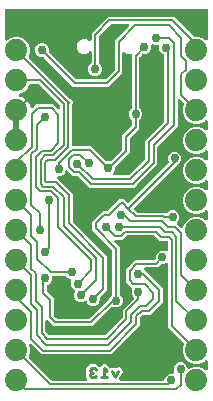
<source format=gbl>
G04 EAGLE Gerber RS-274X export*
G75*
%MOMM*%
%FSLAX34Y34*%
%LPD*%
%INBottom Copper*%
%IPPOS*%
%AMOC8*
5,1,8,0,0,1.08239X$1,22.5*%
G01*
%ADD10C,0.254000*%
%ADD11C,1.879600*%
%ADD12C,0.762000*%
%ADD13C,0.203200*%

G36*
X92026Y197981D02*
X92026Y197981D01*
X92156Y197979D01*
X92185Y197986D01*
X92214Y197987D01*
X92339Y198023D01*
X92465Y198053D01*
X92491Y198067D01*
X92520Y198075D01*
X92631Y198141D01*
X92746Y198202D01*
X92768Y198222D01*
X92793Y198237D01*
X92914Y198343D01*
X101964Y207393D01*
X102025Y207471D01*
X102093Y207543D01*
X102122Y207596D01*
X102159Y207644D01*
X102198Y207735D01*
X102246Y207822D01*
X102261Y207881D01*
X102285Y207936D01*
X102301Y208034D01*
X102326Y208130D01*
X102332Y208230D01*
X102335Y208250D01*
X102334Y208263D01*
X102336Y208291D01*
X102336Y220160D01*
X110118Y227942D01*
X110178Y228020D01*
X110246Y228092D01*
X110275Y228145D01*
X110312Y228193D01*
X110352Y228284D01*
X110400Y228371D01*
X110415Y228429D01*
X110439Y228485D01*
X110454Y228583D01*
X110479Y228678D01*
X110485Y228779D01*
X110489Y228799D01*
X110487Y228811D01*
X110489Y228839D01*
X110489Y232512D01*
X110477Y232610D01*
X110474Y232709D01*
X110457Y232768D01*
X110449Y232828D01*
X110413Y232920D01*
X110385Y233015D01*
X110355Y233067D01*
X110332Y233123D01*
X110274Y233203D01*
X110224Y233289D01*
X110158Y233364D01*
X110146Y233381D01*
X110136Y233388D01*
X110118Y233410D01*
X108585Y234942D01*
X107695Y237090D01*
X107695Y239414D01*
X108585Y241562D01*
X110118Y243094D01*
X110178Y243173D01*
X110246Y243245D01*
X110275Y243298D01*
X110312Y243346D01*
X110352Y243437D01*
X110400Y243523D01*
X110415Y243582D01*
X110439Y243638D01*
X110454Y243735D01*
X110479Y243831D01*
X110485Y243931D01*
X110489Y243952D01*
X110487Y243964D01*
X110489Y243992D01*
X110489Y287948D01*
X110474Y288066D01*
X110467Y288185D01*
X110454Y288223D01*
X110449Y288264D01*
X110406Y288374D01*
X110369Y288487D01*
X110347Y288522D01*
X110332Y288559D01*
X110263Y288655D01*
X110199Y288756D01*
X110169Y288784D01*
X110146Y288817D01*
X110054Y288893D01*
X109967Y288974D01*
X109932Y288994D01*
X109901Y289019D01*
X109793Y289070D01*
X109689Y289128D01*
X109649Y289138D01*
X109613Y289155D01*
X109496Y289177D01*
X109381Y289207D01*
X109321Y289211D01*
X109301Y289215D01*
X109280Y289213D01*
X109220Y289217D01*
X106650Y289217D01*
X104118Y290266D01*
X104070Y290279D01*
X104025Y290301D01*
X103917Y290321D01*
X103811Y290350D01*
X103761Y290351D01*
X103712Y290360D01*
X103603Y290354D01*
X103493Y290355D01*
X103445Y290344D01*
X103395Y290341D01*
X103291Y290307D01*
X103184Y290281D01*
X103140Y290258D01*
X103093Y290243D01*
X103000Y290184D01*
X102903Y290132D01*
X102866Y290099D01*
X102824Y290072D01*
X102749Y289992D01*
X102667Y289919D01*
X102640Y289877D01*
X102606Y289841D01*
X102553Y289745D01*
X102493Y289653D01*
X102476Y289606D01*
X102452Y289562D01*
X102425Y289456D01*
X102389Y289352D01*
X102385Y289302D01*
X102373Y289254D01*
X102363Y289094D01*
X102363Y273057D01*
X90671Y261365D01*
X60713Y261365D01*
X36193Y285886D01*
X36115Y285946D01*
X36043Y286014D01*
X35990Y286043D01*
X35942Y286080D01*
X35851Y286120D01*
X35764Y286168D01*
X35705Y286183D01*
X35650Y286207D01*
X35552Y286222D01*
X35456Y286247D01*
X35356Y286253D01*
X35336Y286257D01*
X35323Y286255D01*
X35295Y286257D01*
X33128Y286257D01*
X30980Y287147D01*
X29337Y288790D01*
X28447Y290938D01*
X28447Y293262D01*
X29337Y295410D01*
X30980Y297053D01*
X33128Y297943D01*
X35452Y297943D01*
X37600Y297053D01*
X39243Y295410D01*
X40133Y293262D01*
X40133Y291095D01*
X40145Y290996D01*
X40148Y290897D01*
X40165Y290839D01*
X40173Y290779D01*
X40209Y290687D01*
X40237Y290592D01*
X40267Y290540D01*
X40290Y290483D01*
X40348Y290403D01*
X40398Y290318D01*
X40464Y290243D01*
X40476Y290226D01*
X40486Y290218D01*
X40504Y290197D01*
X62867Y267834D01*
X62945Y267774D01*
X63017Y267706D01*
X63070Y267677D01*
X63118Y267640D01*
X63209Y267600D01*
X63296Y267552D01*
X63355Y267537D01*
X63410Y267513D01*
X63508Y267498D01*
X63604Y267473D01*
X63704Y267467D01*
X63724Y267463D01*
X63737Y267465D01*
X63765Y267463D01*
X87619Y267463D01*
X87718Y267475D01*
X87817Y267478D01*
X87875Y267495D01*
X87935Y267503D01*
X88027Y267539D01*
X88122Y267567D01*
X88174Y267597D01*
X88231Y267620D01*
X88311Y267678D01*
X88396Y267728D01*
X88471Y267794D01*
X88488Y267806D01*
X88496Y267816D01*
X88517Y267834D01*
X95894Y275211D01*
X95954Y275289D01*
X96022Y275361D01*
X96051Y275414D01*
X96088Y275462D01*
X96128Y275553D01*
X96176Y275640D01*
X96191Y275699D01*
X96215Y275754D01*
X96230Y275852D01*
X96255Y275948D01*
X96261Y276048D01*
X96265Y276068D01*
X96263Y276081D01*
X96265Y276109D01*
X96265Y300729D01*
X98423Y302886D01*
X107821Y312285D01*
X107906Y312394D01*
X107995Y312501D01*
X108003Y312520D01*
X108016Y312536D01*
X108071Y312664D01*
X108130Y312789D01*
X108134Y312809D01*
X108142Y312828D01*
X108164Y312966D01*
X108190Y313102D01*
X108189Y313122D01*
X108192Y313142D01*
X108179Y313281D01*
X108170Y313419D01*
X108164Y313438D01*
X108162Y313458D01*
X108115Y313590D01*
X108072Y313721D01*
X108062Y313739D01*
X108055Y313758D01*
X107977Y313873D01*
X107902Y313990D01*
X107887Y314004D01*
X107876Y314021D01*
X107772Y314113D01*
X107671Y314208D01*
X107653Y314218D01*
X107638Y314231D01*
X107514Y314295D01*
X107392Y314362D01*
X107373Y314367D01*
X107354Y314376D01*
X107219Y314406D01*
X107084Y314441D01*
X107056Y314443D01*
X107044Y314446D01*
X107024Y314445D01*
X106923Y314451D01*
X93229Y314451D01*
X93130Y314439D01*
X93031Y314436D01*
X92973Y314419D01*
X92913Y314411D01*
X92821Y314375D01*
X92726Y314347D01*
X92674Y314317D01*
X92617Y314294D01*
X92537Y314236D01*
X92452Y314186D01*
X92377Y314120D01*
X92360Y314108D01*
X92352Y314098D01*
X92331Y314080D01*
X82795Y304544D01*
X82735Y304466D01*
X82667Y304394D01*
X82638Y304341D01*
X82601Y304293D01*
X82561Y304202D01*
X82513Y304115D01*
X82498Y304056D01*
X82474Y304001D01*
X82459Y303903D01*
X82434Y303807D01*
X82428Y303707D01*
X82424Y303687D01*
X82426Y303674D01*
X82424Y303646D01*
X82424Y281838D01*
X82436Y281740D01*
X82439Y281641D01*
X82456Y281582D01*
X82464Y281522D01*
X82500Y281430D01*
X82528Y281335D01*
X82558Y281283D01*
X82581Y281227D01*
X82639Y281146D01*
X82689Y281061D01*
X82755Y280986D01*
X82767Y280969D01*
X82777Y280961D01*
X82795Y280940D01*
X84328Y279408D01*
X85218Y277260D01*
X85218Y274936D01*
X84328Y272788D01*
X82685Y271145D01*
X80537Y270255D01*
X78213Y270255D01*
X76065Y271145D01*
X74422Y272788D01*
X73532Y274936D01*
X73532Y277260D01*
X74422Y279408D01*
X75955Y280940D01*
X76015Y281019D01*
X76083Y281091D01*
X76112Y281144D01*
X76149Y281192D01*
X76189Y281283D01*
X76237Y281369D01*
X76252Y281428D01*
X76276Y281483D01*
X76291Y281581D01*
X76316Y281677D01*
X76322Y281777D01*
X76326Y281798D01*
X76324Y281810D01*
X76326Y281838D01*
X76326Y289977D01*
X76309Y290115D01*
X76296Y290253D01*
X76289Y290272D01*
X76286Y290292D01*
X76235Y290422D01*
X76188Y290553D01*
X76177Y290569D01*
X76169Y290588D01*
X76088Y290700D01*
X76010Y290816D01*
X75994Y290829D01*
X75983Y290845D01*
X75875Y290934D01*
X75771Y291026D01*
X75753Y291035D01*
X75738Y291048D01*
X75612Y291108D01*
X75488Y291171D01*
X75468Y291175D01*
X75450Y291184D01*
X75313Y291210D01*
X75178Y291240D01*
X75157Y291240D01*
X75138Y291244D01*
X74999Y291235D01*
X74860Y291231D01*
X74840Y291225D01*
X74820Y291224D01*
X74688Y291181D01*
X74554Y291142D01*
X74537Y291132D01*
X74518Y291126D01*
X74400Y291052D01*
X74280Y290981D01*
X74259Y290962D01*
X74249Y290956D01*
X74235Y290941D01*
X74160Y290874D01*
X73459Y290174D01*
X71150Y289217D01*
X68650Y289217D01*
X66341Y290174D01*
X64574Y291941D01*
X63617Y294250D01*
X63617Y296750D01*
X64574Y299059D01*
X66341Y300826D01*
X68650Y301783D01*
X71150Y301783D01*
X73459Y300826D01*
X74160Y300126D01*
X74269Y300041D01*
X74376Y299952D01*
X74395Y299943D01*
X74411Y299931D01*
X74539Y299875D01*
X74664Y299816D01*
X74684Y299812D01*
X74703Y299804D01*
X74841Y299782D01*
X74977Y299756D01*
X74997Y299758D01*
X75017Y299754D01*
X75156Y299768D01*
X75294Y299776D01*
X75313Y299782D01*
X75333Y299784D01*
X75464Y299831D01*
X75596Y299874D01*
X75614Y299885D01*
X75633Y299892D01*
X75747Y299970D01*
X75865Y300044D01*
X75879Y300059D01*
X75896Y300070D01*
X75988Y300174D01*
X76083Y300276D01*
X76093Y300294D01*
X76106Y300309D01*
X76169Y300433D01*
X76237Y300554D01*
X76242Y300574D01*
X76251Y300592D01*
X76281Y300728D01*
X76316Y300862D01*
X76318Y300890D01*
X76321Y300902D01*
X76320Y300923D01*
X76326Y301023D01*
X76326Y306698D01*
X90177Y320549D01*
X146043Y320549D01*
X162689Y303902D01*
X162767Y303842D01*
X162839Y303774D01*
X162892Y303745D01*
X162940Y303708D01*
X163031Y303668D01*
X163118Y303620D01*
X163176Y303605D01*
X163232Y303581D01*
X163330Y303566D01*
X163426Y303541D01*
X163526Y303535D01*
X163546Y303531D01*
X163559Y303533D01*
X163587Y303531D01*
X167374Y303531D01*
X171575Y301791D01*
X172585Y300781D01*
X172694Y300696D01*
X172801Y300607D01*
X172820Y300598D01*
X172836Y300586D01*
X172963Y300531D01*
X173089Y300472D01*
X173109Y300468D01*
X173128Y300460D01*
X173266Y300438D01*
X173402Y300412D01*
X173422Y300413D01*
X173442Y300410D01*
X173581Y300423D01*
X173719Y300432D01*
X173738Y300438D01*
X173758Y300440D01*
X173890Y300487D01*
X174021Y300530D01*
X174039Y300540D01*
X174058Y300547D01*
X174173Y300625D01*
X174290Y300700D01*
X174304Y300714D01*
X174321Y300726D01*
X174413Y300830D01*
X174508Y300931D01*
X174518Y300949D01*
X174531Y300964D01*
X174594Y301088D01*
X174662Y301210D01*
X174667Y301229D01*
X174676Y301247D01*
X174706Y301383D01*
X174741Y301518D01*
X174743Y301546D01*
X174746Y301558D01*
X174745Y301578D01*
X174751Y301678D01*
X174751Y325882D01*
X174736Y326000D01*
X174729Y326119D01*
X174716Y326157D01*
X174711Y326198D01*
X174668Y326308D01*
X174631Y326421D01*
X174609Y326456D01*
X174594Y326493D01*
X174525Y326589D01*
X174461Y326690D01*
X174431Y326718D01*
X174408Y326751D01*
X174316Y326827D01*
X174229Y326908D01*
X174194Y326928D01*
X174163Y326953D01*
X174055Y327004D01*
X173951Y327062D01*
X173911Y327072D01*
X173875Y327089D01*
X173758Y327111D01*
X173643Y327141D01*
X173583Y327145D01*
X173563Y327149D01*
X173542Y327147D01*
X173482Y327151D01*
X4318Y327151D01*
X4200Y327136D01*
X4081Y327129D01*
X4043Y327116D01*
X4002Y327111D01*
X3892Y327068D01*
X3779Y327031D01*
X3744Y327009D01*
X3707Y326994D01*
X3611Y326925D01*
X3510Y326861D01*
X3482Y326831D01*
X3449Y326808D01*
X3373Y326716D01*
X3292Y326629D01*
X3272Y326594D01*
X3247Y326563D01*
X3196Y326455D01*
X3138Y326351D01*
X3128Y326311D01*
X3111Y326275D01*
X3089Y326158D01*
X3059Y326043D01*
X3055Y325983D01*
X3051Y325963D01*
X3053Y325942D01*
X3049Y325882D01*
X3049Y301678D01*
X3066Y301540D01*
X3079Y301402D01*
X3086Y301383D01*
X3089Y301363D01*
X3140Y301234D01*
X3187Y301103D01*
X3198Y301086D01*
X3206Y301067D01*
X3287Y300955D01*
X3365Y300840D01*
X3381Y300826D01*
X3392Y300810D01*
X3500Y300721D01*
X3604Y300629D01*
X3622Y300620D01*
X3637Y300607D01*
X3763Y300548D01*
X3887Y300485D01*
X3907Y300480D01*
X3925Y300472D01*
X4062Y300445D01*
X4197Y300415D01*
X4218Y300416D01*
X4237Y300412D01*
X4376Y300420D01*
X4515Y300425D01*
X4535Y300430D01*
X4555Y300432D01*
X4687Y300474D01*
X4821Y300513D01*
X4838Y300523D01*
X4857Y300530D01*
X4975Y300604D01*
X5095Y300675D01*
X5116Y300693D01*
X5126Y300700D01*
X5140Y300715D01*
X5215Y300781D01*
X6225Y301791D01*
X10426Y303531D01*
X14974Y303531D01*
X19175Y301791D01*
X22391Y298575D01*
X24131Y294374D01*
X24131Y289826D01*
X23036Y287184D01*
X23028Y287155D01*
X23015Y287129D01*
X22986Y287002D01*
X22952Y286877D01*
X22952Y286847D01*
X22945Y286818D01*
X22949Y286689D01*
X22947Y286559D01*
X22954Y286530D01*
X22955Y286501D01*
X22991Y286376D01*
X23021Y286250D01*
X23035Y286223D01*
X23043Y286195D01*
X23109Y286083D01*
X23170Y285968D01*
X23190Y285947D01*
X23205Y285921D01*
X23311Y285800D01*
X58041Y251070D01*
X60199Y248913D01*
X60199Y246387D01*
X60088Y246276D01*
X60027Y246198D01*
X59959Y246126D01*
X59930Y246073D01*
X59893Y246025D01*
X59854Y245934D01*
X59806Y245847D01*
X59791Y245789D01*
X59767Y245733D01*
X59751Y245635D01*
X59726Y245540D01*
X59720Y245439D01*
X59717Y245419D01*
X59718Y245407D01*
X59716Y245379D01*
X59716Y212115D01*
X59731Y211997D01*
X59738Y211878D01*
X59751Y211840D01*
X59756Y211800D01*
X59800Y211689D01*
X59836Y211576D01*
X59858Y211542D01*
X59873Y211504D01*
X59943Y211408D01*
X60007Y211307D01*
X60036Y211280D01*
X60060Y211247D01*
X60152Y211171D01*
X60238Y211089D01*
X60274Y211070D01*
X60305Y211044D01*
X60412Y210993D01*
X60517Y210936D01*
X60556Y210926D01*
X60593Y210908D01*
X60709Y210886D01*
X60825Y210856D01*
X60885Y210853D01*
X60905Y210849D01*
X60925Y210850D01*
X60985Y210846D01*
X75913Y210846D01*
X88216Y198543D01*
X88295Y198483D01*
X88367Y198415D01*
X88420Y198386D01*
X88468Y198348D01*
X88559Y198309D01*
X88645Y198261D01*
X88704Y198246D01*
X88759Y198222D01*
X88857Y198206D01*
X88953Y198182D01*
X89053Y198175D01*
X89074Y198172D01*
X89086Y198173D01*
X89114Y198172D01*
X91281Y198172D01*
X91531Y198068D01*
X91559Y198060D01*
X91586Y198047D01*
X91713Y198018D01*
X91838Y197984D01*
X91867Y197984D01*
X91896Y197977D01*
X92026Y197981D01*
G37*
G36*
X74052Y64961D02*
X74052Y64961D01*
X74151Y64964D01*
X74210Y64981D01*
X74270Y64988D01*
X74362Y65025D01*
X74457Y65052D01*
X74509Y65083D01*
X74565Y65105D01*
X74645Y65164D01*
X74731Y65214D01*
X74806Y65280D01*
X74823Y65292D01*
X74831Y65302D01*
X74852Y65320D01*
X90956Y81425D01*
X90962Y81432D01*
X90969Y81438D01*
X91059Y81557D01*
X91151Y81676D01*
X91155Y81685D01*
X91160Y81692D01*
X91231Y81837D01*
X91935Y83536D01*
X93557Y85157D01*
X93617Y85235D01*
X93685Y85308D01*
X93714Y85361D01*
X93752Y85408D01*
X93791Y85499D01*
X93839Y85586D01*
X93854Y85644D01*
X93866Y85670D01*
X93867Y85675D01*
X93878Y85700D01*
X93894Y85798D01*
X93918Y85894D01*
X93923Y85967D01*
X93926Y85983D01*
X93925Y85997D01*
X93928Y86014D01*
X93927Y86027D01*
X93928Y86055D01*
X93928Y122316D01*
X93916Y122414D01*
X93913Y122513D01*
X93896Y122571D01*
X93889Y122631D01*
X93852Y122723D01*
X93825Y122819D01*
X93794Y122871D01*
X93772Y122927D01*
X93713Y123007D01*
X93663Y123092D01*
X93597Y123168D01*
X93585Y123184D01*
X93575Y123192D01*
X93557Y123213D01*
X76656Y140114D01*
X76656Y146779D01*
X85783Y155906D01*
X89042Y155906D01*
X89140Y155918D01*
X89239Y155921D01*
X89297Y155938D01*
X89357Y155946D01*
X89449Y155982D01*
X89545Y156010D01*
X89597Y156041D01*
X89653Y156063D01*
X89733Y156121D01*
X89818Y156171D01*
X89894Y156238D01*
X89910Y156250D01*
X89918Y156259D01*
X89939Y156278D01*
X99550Y165888D01*
X103853Y165888D01*
X106418Y163324D01*
X106512Y163251D01*
X106601Y163172D01*
X106637Y163154D01*
X106669Y163129D01*
X106778Y163082D01*
X106884Y163028D01*
X106923Y163019D01*
X106961Y163003D01*
X107078Y162984D01*
X107194Y162958D01*
X107235Y162959D01*
X107275Y162953D01*
X107393Y162964D01*
X107512Y162968D01*
X107551Y162979D01*
X107591Y162983D01*
X107704Y163023D01*
X107818Y163056D01*
X107853Y163077D01*
X107891Y163090D01*
X107989Y163157D01*
X108092Y163218D01*
X108137Y163258D01*
X108154Y163269D01*
X108167Y163284D01*
X108213Y163324D01*
X141151Y196262D01*
X141169Y196285D01*
X141191Y196305D01*
X141266Y196411D01*
X141345Y196513D01*
X141357Y196541D01*
X141374Y196565D01*
X141420Y196686D01*
X141472Y196805D01*
X141476Y196834D01*
X141487Y196862D01*
X141501Y196991D01*
X141522Y197119D01*
X141519Y197149D01*
X141522Y197178D01*
X141504Y197307D01*
X141492Y197436D01*
X141482Y197464D01*
X141478Y197493D01*
X141426Y197645D01*
X140690Y199422D01*
X140690Y201746D01*
X141579Y203893D01*
X143223Y205537D01*
X145370Y206427D01*
X147695Y206427D01*
X149842Y205537D01*
X151486Y203893D01*
X152375Y201746D01*
X152375Y199422D01*
X151486Y197274D01*
X149842Y195631D01*
X148880Y195232D01*
X148872Y195227D01*
X148863Y195225D01*
X148734Y195149D01*
X148604Y195075D01*
X148597Y195068D01*
X148589Y195063D01*
X148468Y194957D01*
X112524Y159013D01*
X112451Y158918D01*
X112372Y158829D01*
X112354Y158793D01*
X112329Y158761D01*
X112282Y158652D01*
X112228Y158546D01*
X112219Y158507D01*
X112203Y158469D01*
X112184Y158352D01*
X112158Y158236D01*
X112159Y158195D01*
X112153Y158155D01*
X112164Y158037D01*
X112168Y157918D01*
X112179Y157879D01*
X112183Y157839D01*
X112223Y157726D01*
X112256Y157612D01*
X112277Y157578D01*
X112290Y157539D01*
X112357Y157441D01*
X112418Y157338D01*
X112458Y157293D01*
X112469Y157276D01*
X112484Y157263D01*
X112524Y157218D01*
X114632Y155109D01*
X114711Y155049D01*
X114783Y154981D01*
X114836Y154952D01*
X114884Y154914D01*
X114975Y154875D01*
X115061Y154827D01*
X115120Y154812D01*
X115175Y154788D01*
X115273Y154772D01*
X115369Y154748D01*
X115469Y154741D01*
X115489Y154738D01*
X115502Y154739D01*
X115530Y154738D01*
X137915Y154738D01*
X138325Y154327D01*
X138420Y154254D01*
X138509Y154175D01*
X138545Y154157D01*
X138577Y154132D01*
X138686Y154085D01*
X138792Y154031D01*
X138831Y154022D01*
X138869Y154006D01*
X138986Y153987D01*
X139102Y153961D01*
X139143Y153962D01*
X139183Y153956D01*
X139301Y153967D01*
X139420Y153971D01*
X139459Y153982D01*
X139499Y153986D01*
X139611Y154026D01*
X139726Y154059D01*
X139761Y154080D01*
X139799Y154093D01*
X139897Y154160D01*
X140000Y154221D01*
X140045Y154260D01*
X140062Y154272D01*
X140075Y154287D01*
X140120Y154327D01*
X141547Y155753D01*
X143694Y156643D01*
X146018Y156643D01*
X148166Y155753D01*
X149809Y154109D01*
X150699Y151962D01*
X150699Y149638D01*
X149809Y147490D01*
X148993Y146674D01*
X148920Y146579D01*
X148841Y146490D01*
X148823Y146454D01*
X148798Y146422D01*
X148751Y146313D01*
X148697Y146207D01*
X148688Y146168D01*
X148672Y146131D01*
X148653Y146013D01*
X148627Y145897D01*
X148628Y145856D01*
X148622Y145816D01*
X148633Y145698D01*
X148637Y145579D01*
X148648Y145540D01*
X148652Y145500D01*
X148692Y145388D01*
X148725Y145273D01*
X148745Y145239D01*
X148759Y145201D01*
X148826Y145102D01*
X148886Y144999D01*
X148926Y144954D01*
X148938Y144937D01*
X148953Y144924D01*
X148993Y144879D01*
X151807Y142064D01*
X151847Y142034D01*
X151880Y141997D01*
X151972Y141937D01*
X152059Y141869D01*
X152104Y141850D01*
X152146Y141822D01*
X152249Y141787D01*
X152350Y141743D01*
X152399Y141735D01*
X152446Y141719D01*
X152556Y141710D01*
X152664Y141693D01*
X152714Y141698D01*
X152763Y141694D01*
X152872Y141713D01*
X152981Y141723D01*
X153028Y141740D01*
X153077Y141748D01*
X153177Y141793D01*
X153280Y141831D01*
X153322Y141859D01*
X153367Y141879D01*
X153453Y141947D01*
X153543Y142009D01*
X153576Y142046D01*
X153615Y142077D01*
X153681Y142165D01*
X153754Y142248D01*
X153777Y142292D01*
X153806Y142332D01*
X153877Y142476D01*
X155409Y146175D01*
X158625Y149391D01*
X162826Y151131D01*
X167374Y151131D01*
X171575Y149391D01*
X172585Y148381D01*
X172694Y148296D01*
X172801Y148207D01*
X172820Y148198D01*
X172836Y148186D01*
X172963Y148131D01*
X173089Y148072D01*
X173109Y148068D01*
X173128Y148060D01*
X173266Y148038D01*
X173402Y148012D01*
X173422Y148013D01*
X173442Y148010D01*
X173581Y148023D01*
X173719Y148032D01*
X173738Y148038D01*
X173758Y148040D01*
X173890Y148087D01*
X174021Y148130D01*
X174039Y148140D01*
X174058Y148147D01*
X174173Y148225D01*
X174290Y148300D01*
X174304Y148314D01*
X174321Y148326D01*
X174413Y148430D01*
X174508Y148531D01*
X174518Y148549D01*
X174531Y148564D01*
X174594Y148688D01*
X174662Y148810D01*
X174667Y148829D01*
X174676Y148847D01*
X174706Y148983D01*
X174741Y149118D01*
X174743Y149146D01*
X174746Y149158D01*
X174745Y149178D01*
X174751Y149278D01*
X174751Y155522D01*
X174734Y155660D01*
X174721Y155798D01*
X174714Y155817D01*
X174711Y155837D01*
X174660Y155966D01*
X174613Y156097D01*
X174602Y156114D01*
X174594Y156133D01*
X174513Y156245D01*
X174435Y156360D01*
X174419Y156374D01*
X174408Y156390D01*
X174300Y156479D01*
X174196Y156571D01*
X174178Y156580D01*
X174163Y156593D01*
X174037Y156652D01*
X173913Y156715D01*
X173893Y156720D01*
X173875Y156728D01*
X173738Y156755D01*
X173603Y156785D01*
X173582Y156784D01*
X173563Y156788D01*
X173424Y156780D01*
X173285Y156775D01*
X173265Y156770D01*
X173245Y156768D01*
X173113Y156726D01*
X172979Y156687D01*
X172962Y156677D01*
X172943Y156670D01*
X172825Y156596D01*
X172705Y156525D01*
X172684Y156507D01*
X172674Y156500D01*
X172660Y156485D01*
X172585Y156419D01*
X171575Y155409D01*
X167374Y153669D01*
X162826Y153669D01*
X158625Y155409D01*
X155409Y158625D01*
X153669Y162826D01*
X153669Y167374D01*
X155409Y171575D01*
X158625Y174791D01*
X162826Y176531D01*
X167374Y176531D01*
X171575Y174791D01*
X172585Y173781D01*
X172694Y173696D01*
X172801Y173607D01*
X172820Y173598D01*
X172836Y173586D01*
X172963Y173531D01*
X173089Y173472D01*
X173109Y173468D01*
X173128Y173460D01*
X173266Y173438D01*
X173402Y173412D01*
X173422Y173413D01*
X173442Y173410D01*
X173581Y173423D01*
X173719Y173432D01*
X173738Y173438D01*
X173758Y173440D01*
X173890Y173487D01*
X174021Y173530D01*
X174039Y173540D01*
X174058Y173547D01*
X174173Y173625D01*
X174290Y173700D01*
X174304Y173714D01*
X174321Y173726D01*
X174413Y173830D01*
X174508Y173931D01*
X174518Y173949D01*
X174531Y173964D01*
X174594Y174088D01*
X174662Y174210D01*
X174667Y174229D01*
X174676Y174247D01*
X174706Y174383D01*
X174741Y174518D01*
X174743Y174546D01*
X174746Y174558D01*
X174745Y174578D01*
X174751Y174678D01*
X174751Y180922D01*
X174734Y181060D01*
X174721Y181198D01*
X174714Y181217D01*
X174711Y181237D01*
X174660Y181366D01*
X174613Y181497D01*
X174602Y181514D01*
X174594Y181533D01*
X174513Y181645D01*
X174435Y181760D01*
X174419Y181774D01*
X174408Y181790D01*
X174300Y181879D01*
X174196Y181971D01*
X174178Y181980D01*
X174163Y181993D01*
X174037Y182052D01*
X173913Y182115D01*
X173893Y182120D01*
X173875Y182128D01*
X173738Y182155D01*
X173603Y182185D01*
X173582Y182184D01*
X173563Y182188D01*
X173424Y182180D01*
X173285Y182175D01*
X173265Y182170D01*
X173245Y182168D01*
X173113Y182126D01*
X172979Y182087D01*
X172962Y182077D01*
X172943Y182070D01*
X172825Y181996D01*
X172705Y181925D01*
X172684Y181907D01*
X172674Y181900D01*
X172660Y181885D01*
X172585Y181819D01*
X171575Y180809D01*
X167374Y179069D01*
X162826Y179069D01*
X158625Y180809D01*
X155409Y184025D01*
X153669Y188226D01*
X153669Y192774D01*
X155409Y196975D01*
X158625Y200191D01*
X162826Y201931D01*
X167374Y201931D01*
X171575Y200191D01*
X172585Y199181D01*
X172694Y199096D01*
X172801Y199007D01*
X172820Y198998D01*
X172836Y198986D01*
X172963Y198931D01*
X173089Y198872D01*
X173109Y198868D01*
X173128Y198860D01*
X173266Y198838D01*
X173402Y198812D01*
X173422Y198813D01*
X173442Y198810D01*
X173581Y198823D01*
X173719Y198832D01*
X173738Y198838D01*
X173758Y198840D01*
X173890Y198887D01*
X174021Y198930D01*
X174039Y198940D01*
X174058Y198947D01*
X174173Y199025D01*
X174290Y199100D01*
X174304Y199114D01*
X174321Y199126D01*
X174413Y199230D01*
X174508Y199331D01*
X174518Y199349D01*
X174531Y199364D01*
X174594Y199488D01*
X174662Y199610D01*
X174667Y199629D01*
X174676Y199647D01*
X174706Y199783D01*
X174741Y199918D01*
X174743Y199946D01*
X174746Y199958D01*
X174745Y199978D01*
X174751Y200078D01*
X174751Y206322D01*
X174734Y206460D01*
X174721Y206598D01*
X174714Y206617D01*
X174711Y206637D01*
X174660Y206766D01*
X174613Y206897D01*
X174602Y206914D01*
X174594Y206933D01*
X174513Y207045D01*
X174435Y207160D01*
X174419Y207174D01*
X174408Y207190D01*
X174300Y207279D01*
X174196Y207371D01*
X174178Y207380D01*
X174163Y207393D01*
X174037Y207452D01*
X173913Y207515D01*
X173893Y207520D01*
X173875Y207528D01*
X173738Y207555D01*
X173603Y207585D01*
X173582Y207584D01*
X173563Y207588D01*
X173424Y207580D01*
X173285Y207575D01*
X173265Y207570D01*
X173245Y207568D01*
X173113Y207526D01*
X172979Y207487D01*
X172962Y207477D01*
X172943Y207470D01*
X172825Y207396D01*
X172705Y207325D01*
X172684Y207307D01*
X172674Y207300D01*
X172660Y207285D01*
X172585Y207219D01*
X171575Y206209D01*
X167374Y204469D01*
X162826Y204469D01*
X158625Y206209D01*
X155409Y209425D01*
X153669Y213626D01*
X153669Y218174D01*
X155409Y222375D01*
X158625Y225591D01*
X162826Y227331D01*
X167374Y227331D01*
X171575Y225591D01*
X172585Y224581D01*
X172694Y224496D01*
X172801Y224407D01*
X172820Y224398D01*
X172836Y224386D01*
X172963Y224331D01*
X173089Y224272D01*
X173109Y224268D01*
X173128Y224260D01*
X173266Y224238D01*
X173402Y224212D01*
X173422Y224213D01*
X173442Y224210D01*
X173581Y224223D01*
X173719Y224232D01*
X173738Y224238D01*
X173758Y224240D01*
X173890Y224287D01*
X174021Y224330D01*
X174039Y224340D01*
X174058Y224347D01*
X174173Y224425D01*
X174290Y224500D01*
X174304Y224514D01*
X174321Y224526D01*
X174413Y224630D01*
X174508Y224731D01*
X174518Y224749D01*
X174531Y224764D01*
X174594Y224888D01*
X174662Y225010D01*
X174667Y225029D01*
X174676Y225047D01*
X174706Y225183D01*
X174741Y225318D01*
X174743Y225346D01*
X174746Y225358D01*
X174745Y225378D01*
X174751Y225478D01*
X174751Y231722D01*
X174734Y231860D01*
X174721Y231998D01*
X174714Y232017D01*
X174711Y232037D01*
X174660Y232166D01*
X174613Y232297D01*
X174602Y232314D01*
X174594Y232333D01*
X174513Y232445D01*
X174435Y232560D01*
X174419Y232574D01*
X174408Y232590D01*
X174300Y232679D01*
X174196Y232771D01*
X174178Y232780D01*
X174163Y232793D01*
X174037Y232852D01*
X173913Y232915D01*
X173893Y232920D01*
X173875Y232928D01*
X173738Y232955D01*
X173603Y232985D01*
X173582Y232984D01*
X173563Y232988D01*
X173424Y232980D01*
X173285Y232975D01*
X173265Y232970D01*
X173245Y232968D01*
X173113Y232926D01*
X172979Y232887D01*
X172962Y232877D01*
X172943Y232870D01*
X172825Y232796D01*
X172705Y232725D01*
X172684Y232707D01*
X172674Y232700D01*
X172660Y232685D01*
X172585Y232619D01*
X171575Y231609D01*
X167374Y229869D01*
X162826Y229869D01*
X158625Y231609D01*
X155409Y234825D01*
X153669Y239026D01*
X153669Y243574D01*
X154764Y246216D01*
X154772Y246245D01*
X154785Y246271D01*
X154814Y246398D01*
X154848Y246523D01*
X154848Y246553D01*
X154855Y246582D01*
X154851Y246711D01*
X154853Y246841D01*
X154846Y246870D01*
X154845Y246899D01*
X154809Y247024D01*
X154779Y247150D01*
X154765Y247177D01*
X154757Y247205D01*
X154691Y247317D01*
X154630Y247432D01*
X154610Y247453D01*
X154595Y247479D01*
X154489Y247600D01*
X151509Y250579D01*
X151266Y250823D01*
X151156Y250908D01*
X151049Y250997D01*
X151030Y251006D01*
X151014Y251018D01*
X150887Y251073D01*
X150761Y251132D01*
X150741Y251136D01*
X150722Y251144D01*
X150585Y251166D01*
X150448Y251192D01*
X150428Y251191D01*
X150408Y251194D01*
X150270Y251181D01*
X150131Y251172D01*
X150112Y251166D01*
X150092Y251164D01*
X149961Y251117D01*
X149829Y251074D01*
X149811Y251064D01*
X149792Y251057D01*
X149677Y250979D01*
X149560Y250904D01*
X149546Y250889D01*
X149529Y250878D01*
X149437Y250774D01*
X149342Y250673D01*
X149332Y250655D01*
X149319Y250640D01*
X149256Y250516D01*
X149188Y250394D01*
X149183Y250375D01*
X149174Y250357D01*
X149144Y250221D01*
X149109Y250086D01*
X149107Y250058D01*
X149104Y250046D01*
X149105Y250026D01*
X149099Y249925D01*
X149099Y227871D01*
X146941Y225713D01*
X132427Y211199D01*
X132366Y211121D01*
X132299Y211049D01*
X132269Y210996D01*
X132232Y210948D01*
X132193Y210857D01*
X132145Y210770D01*
X132130Y210711D01*
X132106Y210656D01*
X132090Y210558D01*
X132066Y210462D01*
X132059Y210362D01*
X132056Y210342D01*
X132057Y210329D01*
X132055Y210301D01*
X132055Y195460D01*
X114672Y178077D01*
X112515Y175920D01*
X74480Y175920D01*
X64920Y185479D01*
X64842Y185540D01*
X64770Y185608D01*
X64717Y185637D01*
X64669Y185674D01*
X64578Y185714D01*
X64491Y185761D01*
X64433Y185776D01*
X64377Y185801D01*
X64279Y185816D01*
X64184Y185841D01*
X64083Y185847D01*
X64063Y185850D01*
X64051Y185849D01*
X64023Y185851D01*
X63612Y185851D01*
X63514Y185839D01*
X63415Y185836D01*
X63357Y185819D01*
X63297Y185811D01*
X63205Y185775D01*
X60485Y185775D01*
X58327Y187932D01*
X58327Y187933D01*
X56164Y190096D01*
X56124Y190126D01*
X56091Y190163D01*
X55999Y190223D01*
X55912Y190291D01*
X55867Y190311D01*
X55825Y190338D01*
X55721Y190373D01*
X55620Y190417D01*
X55571Y190425D01*
X55524Y190441D01*
X55415Y190450D01*
X55306Y190467D01*
X55257Y190462D01*
X55207Y190466D01*
X55099Y190447D01*
X54990Y190437D01*
X54943Y190420D01*
X54894Y190412D01*
X54794Y190367D01*
X54690Y190330D01*
X54649Y190302D01*
X54604Y190281D01*
X54518Y190213D01*
X54427Y190151D01*
X54394Y190114D01*
X54356Y190083D01*
X54289Y189995D01*
X54217Y189913D01*
X54194Y189868D01*
X54164Y189829D01*
X54093Y189684D01*
X53366Y187927D01*
X51722Y186283D01*
X49575Y185394D01*
X48499Y185394D01*
X48362Y185376D01*
X48223Y185363D01*
X48204Y185357D01*
X48184Y185354D01*
X48055Y185303D01*
X47923Y185256D01*
X47907Y185244D01*
X47888Y185237D01*
X47776Y185156D01*
X47660Y185077D01*
X47647Y185062D01*
X47631Y185050D01*
X47542Y184943D01*
X47450Y184839D01*
X47441Y184821D01*
X47428Y184805D01*
X47368Y184679D01*
X47305Y184556D01*
X47301Y184536D01*
X47292Y184517D01*
X47266Y184381D01*
X47236Y184245D01*
X47236Y184225D01*
X47232Y184205D01*
X47241Y184067D01*
X47245Y183927D01*
X47251Y183908D01*
X47252Y183888D01*
X47295Y183756D01*
X47334Y183622D01*
X47344Y183604D01*
X47350Y183585D01*
X47425Y183467D01*
X47495Y183348D01*
X47514Y183327D01*
X47520Y183316D01*
X47535Y183302D01*
X47602Y183227D01*
X60199Y170630D01*
X60199Y147458D01*
X60211Y147359D01*
X60214Y147260D01*
X60231Y147202D01*
X60239Y147142D01*
X60275Y147050D01*
X60303Y146955D01*
X60333Y146903D01*
X60356Y146846D01*
X60414Y146766D01*
X60464Y146681D01*
X60530Y146606D01*
X60542Y146589D01*
X60552Y146581D01*
X60570Y146560D01*
X89231Y117900D01*
X89231Y88856D01*
X83913Y83539D01*
X83852Y83460D01*
X83785Y83388D01*
X83755Y83335D01*
X83718Y83287D01*
X83679Y83196D01*
X83631Y83110D01*
X83616Y83051D01*
X83592Y82995D01*
X83576Y82897D01*
X83552Y82802D01*
X83545Y82702D01*
X83542Y82681D01*
X83543Y82669D01*
X83541Y82641D01*
X83541Y80473D01*
X82652Y78326D01*
X81008Y76682D01*
X78861Y75793D01*
X76536Y75793D01*
X74389Y76682D01*
X72745Y78326D01*
X72412Y79131D01*
X72353Y79234D01*
X72301Y79342D01*
X72274Y79372D01*
X72254Y79407D01*
X72172Y79493D01*
X72094Y79584D01*
X72061Y79607D01*
X72033Y79636D01*
X71931Y79698D01*
X71834Y79767D01*
X71796Y79781D01*
X71762Y79802D01*
X71648Y79837D01*
X71537Y79879D01*
X71497Y79884D01*
X71458Y79896D01*
X71339Y79901D01*
X71221Y79915D01*
X71181Y79909D01*
X71140Y79911D01*
X71024Y79887D01*
X70906Y79870D01*
X70849Y79851D01*
X70829Y79847D01*
X70810Y79838D01*
X70753Y79818D01*
X68701Y78968D01*
X66376Y78968D01*
X64229Y79857D01*
X62585Y81501D01*
X61696Y83648D01*
X61696Y85973D01*
X62430Y87745D01*
X62461Y87860D01*
X62500Y87973D01*
X62503Y88013D01*
X62514Y88052D01*
X62516Y88171D01*
X62525Y88290D01*
X62518Y88329D01*
X62519Y88370D01*
X62491Y88486D01*
X62471Y88603D01*
X62454Y88640D01*
X62445Y88679D01*
X62389Y88784D01*
X62340Y88893D01*
X62315Y88925D01*
X62296Y88960D01*
X62216Y89048D01*
X62142Y89141D01*
X62109Y89166D01*
X62082Y89196D01*
X61983Y89261D01*
X61888Y89333D01*
X61834Y89359D01*
X61817Y89370D01*
X61797Y89377D01*
X61743Y89404D01*
X61181Y89636D01*
X59537Y91280D01*
X58648Y93427D01*
X58648Y95752D01*
X59047Y96716D01*
X59079Y96831D01*
X59117Y96944D01*
X59121Y96984D01*
X59131Y97023D01*
X59133Y97142D01*
X59143Y97261D01*
X59136Y97300D01*
X59136Y97341D01*
X59109Y97457D01*
X59088Y97574D01*
X59072Y97611D01*
X59062Y97650D01*
X59007Y97755D01*
X58958Y97864D01*
X58932Y97896D01*
X58913Y97931D01*
X58834Y98019D01*
X58759Y98112D01*
X58727Y98137D01*
X58700Y98167D01*
X58600Y98232D01*
X58505Y98304D01*
X58451Y98330D01*
X58434Y98341D01*
X58414Y98348D01*
X58360Y98375D01*
X56584Y99111D01*
X55051Y100643D01*
X54973Y100704D01*
X54900Y100772D01*
X54847Y100801D01*
X54800Y100838D01*
X54709Y100878D01*
X54622Y100925D01*
X54563Y100941D01*
X54508Y100965D01*
X54410Y100980D01*
X54314Y101005D01*
X54214Y101011D01*
X54194Y101014D01*
X54181Y101013D01*
X54153Y101015D01*
X44069Y101015D01*
X43951Y101000D01*
X43832Y100993D01*
X43794Y100980D01*
X43753Y100975D01*
X43643Y100931D01*
X43530Y100895D01*
X43495Y100873D01*
X43458Y100858D01*
X43362Y100788D01*
X43261Y100725D01*
X43233Y100695D01*
X43200Y100671D01*
X43124Y100580D01*
X43043Y100493D01*
X43023Y100458D01*
X42998Y100426D01*
X42947Y100319D01*
X42889Y100214D01*
X42879Y100175D01*
X42862Y100139D01*
X42840Y100022D01*
X42810Y99907D01*
X42806Y99846D01*
X42802Y99826D01*
X42804Y99806D01*
X42800Y99746D01*
X42800Y97796D01*
X41910Y95649D01*
X40267Y94005D01*
X39392Y93643D01*
X39367Y93628D01*
X39339Y93619D01*
X39229Y93550D01*
X39116Y93485D01*
X39095Y93465D01*
X39070Y93449D01*
X38981Y93354D01*
X38888Y93264D01*
X38872Y93239D01*
X38852Y93217D01*
X38789Y93104D01*
X38721Y92993D01*
X38713Y92965D01*
X38698Y92939D01*
X38666Y92813D01*
X38628Y92689D01*
X38626Y92660D01*
X38619Y92631D01*
X38609Y92470D01*
X38609Y88098D01*
X38621Y88000D01*
X38624Y87901D01*
X38641Y87842D01*
X38649Y87782D01*
X38685Y87690D01*
X38713Y87595D01*
X38743Y87543D01*
X38766Y87487D01*
X38824Y87407D01*
X38874Y87321D01*
X38940Y87246D01*
X38952Y87229D01*
X38962Y87221D01*
X38980Y87200D01*
X44197Y81984D01*
X44197Y67981D01*
X44209Y67883D01*
X44212Y67784D01*
X44229Y67726D01*
X44237Y67665D01*
X44273Y67573D01*
X44301Y67478D01*
X44331Y67426D01*
X44354Y67370D01*
X44412Y67290D01*
X44462Y67204D01*
X44528Y67129D01*
X44540Y67112D01*
X44550Y67105D01*
X44568Y67083D01*
X46332Y65320D01*
X46410Y65260D01*
X46482Y65192D01*
X46535Y65163D01*
X46583Y65125D01*
X46674Y65086D01*
X46761Y65038D01*
X46819Y65023D01*
X46875Y64999D01*
X46973Y64983D01*
X47068Y64959D01*
X47168Y64952D01*
X47189Y64949D01*
X47201Y64950D01*
X47229Y64949D01*
X73954Y64949D01*
X74052Y64961D01*
G37*
G36*
X71732Y12464D02*
X71732Y12464D01*
X71871Y12477D01*
X71890Y12484D01*
X71910Y12487D01*
X72039Y12538D01*
X72170Y12585D01*
X72187Y12596D01*
X72206Y12604D01*
X72318Y12685D01*
X72433Y12763D01*
X72447Y12779D01*
X72463Y12790D01*
X72552Y12898D01*
X72644Y13002D01*
X72653Y13020D01*
X72666Y13035D01*
X72725Y13161D01*
X72788Y13285D01*
X72793Y13305D01*
X72802Y13323D01*
X72828Y13459D01*
X72858Y13595D01*
X72857Y13616D01*
X72861Y13635D01*
X72853Y13774D01*
X72848Y13913D01*
X72843Y13933D01*
X72842Y13953D01*
X72799Y14085D01*
X72760Y14219D01*
X72750Y14236D01*
X72744Y14255D01*
X72669Y14373D01*
X72599Y14493D01*
X72580Y14514D01*
X72573Y14524D01*
X72558Y14538D01*
X72492Y14613D01*
X71963Y15143D01*
X71963Y16492D01*
X71963Y18404D01*
X71963Y18405D01*
X71963Y22963D01*
X75168Y26169D01*
X77185Y26169D01*
X79059Y26169D01*
X80447Y26169D01*
X82223Y24393D01*
X82317Y24320D01*
X82406Y24241D01*
X82442Y24223D01*
X82474Y24198D01*
X82584Y24150D01*
X82690Y24096D01*
X82729Y24088D01*
X82766Y24071D01*
X82884Y24053D01*
X83000Y24027D01*
X83040Y24028D01*
X83080Y24022D01*
X83199Y24033D01*
X83318Y24036D01*
X83357Y24048D01*
X83397Y24051D01*
X83509Y24092D01*
X83623Y24125D01*
X83658Y24145D01*
X83696Y24159D01*
X83795Y24226D01*
X83897Y24286D01*
X83942Y24326D01*
X83959Y24338D01*
X83973Y24353D01*
X84018Y24393D01*
X85795Y26169D01*
X88531Y26169D01*
X90837Y23863D01*
X91134Y23566D01*
X91193Y23521D01*
X91245Y23467D01*
X91318Y23424D01*
X91385Y23371D01*
X91453Y23342D01*
X91517Y23303D01*
X91599Y23279D01*
X91677Y23245D01*
X91750Y23233D01*
X91822Y23212D01*
X91907Y23208D01*
X91991Y23195D01*
X92065Y23202D01*
X92140Y23199D01*
X92223Y23217D01*
X92307Y23225D01*
X92378Y23250D01*
X92451Y23266D01*
X92599Y23328D01*
X93722Y23890D01*
X96116Y23092D01*
X96125Y23090D01*
X96134Y23087D01*
X96280Y23060D01*
X96428Y23030D01*
X96437Y23031D01*
X96446Y23029D01*
X96596Y23039D01*
X96746Y23048D01*
X96755Y23050D01*
X96764Y23051D01*
X96919Y23092D01*
X99313Y23890D01*
X101761Y22667D01*
X102626Y20071D01*
X99732Y14284D01*
X99701Y14194D01*
X99661Y14109D01*
X99648Y14045D01*
X99627Y13984D01*
X99619Y13889D01*
X99601Y13796D01*
X99605Y13732D01*
X99599Y13667D01*
X99615Y13573D01*
X99621Y13479D01*
X99641Y13417D01*
X99651Y13353D01*
X99689Y13266D01*
X99719Y13177D01*
X99753Y13122D01*
X99780Y13062D01*
X99838Y12988D01*
X99889Y12908D01*
X99936Y12863D01*
X99976Y12812D01*
X100051Y12755D01*
X100120Y12690D01*
X100177Y12659D01*
X100229Y12619D01*
X100316Y12582D01*
X100399Y12536D01*
X100462Y12520D01*
X100522Y12495D01*
X100615Y12481D01*
X100707Y12457D01*
X100818Y12450D01*
X100836Y12447D01*
X100846Y12448D01*
X100867Y12447D01*
X136779Y12447D01*
X136897Y12462D01*
X137016Y12469D01*
X137054Y12482D01*
X137095Y12487D01*
X137205Y12530D01*
X137318Y12567D01*
X137353Y12589D01*
X137390Y12604D01*
X137486Y12673D01*
X137587Y12737D01*
X137615Y12767D01*
X137648Y12790D01*
X137724Y12882D01*
X137805Y12969D01*
X137825Y13004D01*
X137850Y13035D01*
X137901Y13143D01*
X137959Y13247D01*
X137969Y13287D01*
X137986Y13323D01*
X138008Y13440D01*
X138038Y13555D01*
X138042Y13615D01*
X138046Y13635D01*
X138044Y13656D01*
X138048Y13716D01*
X138048Y13761D01*
X138938Y15908D01*
X140581Y17552D01*
X142729Y18441D01*
X144868Y18441D01*
X144917Y18447D01*
X144967Y18445D01*
X145074Y18467D01*
X145183Y18481D01*
X145230Y18499D01*
X145278Y18509D01*
X145377Y18558D01*
X145479Y18598D01*
X145519Y18627D01*
X145564Y18649D01*
X145647Y18720D01*
X145736Y18785D01*
X145768Y18823D01*
X145806Y18855D01*
X145869Y18945D01*
X145939Y19030D01*
X145960Y19075D01*
X145989Y19115D01*
X146028Y19218D01*
X146075Y19318D01*
X146084Y19366D01*
X146102Y19413D01*
X146114Y19522D01*
X146134Y19630D01*
X146131Y19679D01*
X146137Y19729D01*
X146121Y19838D01*
X146115Y19947D01*
X146099Y19995D01*
X146092Y20044D01*
X146040Y20196D01*
X145744Y20910D01*
X145744Y23235D01*
X146634Y25382D01*
X148278Y27026D01*
X150425Y27915D01*
X152749Y27915D01*
X154897Y27026D01*
X156540Y25382D01*
X157418Y23264D01*
X157477Y23161D01*
X157529Y23054D01*
X157555Y23023D01*
X157575Y22988D01*
X157658Y22902D01*
X157735Y22812D01*
X157768Y22789D01*
X157797Y22760D01*
X157898Y22697D01*
X157995Y22629D01*
X158033Y22614D01*
X158068Y22593D01*
X158181Y22558D01*
X158293Y22516D01*
X158333Y22512D01*
X158372Y22500D01*
X158490Y22494D01*
X158609Y22481D01*
X158649Y22487D01*
X158689Y22485D01*
X158806Y22509D01*
X158924Y22525D01*
X158981Y22545D01*
X159001Y22549D01*
X159019Y22558D01*
X159076Y22577D01*
X162826Y24131D01*
X167374Y24131D01*
X171575Y22391D01*
X172585Y21381D01*
X172694Y21296D01*
X172801Y21207D01*
X172820Y21198D01*
X172836Y21186D01*
X172963Y21131D01*
X173089Y21072D01*
X173109Y21068D01*
X173128Y21060D01*
X173266Y21038D01*
X173402Y21012D01*
X173422Y21013D01*
X173442Y21010D01*
X173581Y21023D01*
X173719Y21032D01*
X173738Y21038D01*
X173758Y21040D01*
X173890Y21087D01*
X174021Y21130D01*
X174039Y21140D01*
X174058Y21147D01*
X174173Y21225D01*
X174290Y21300D01*
X174304Y21314D01*
X174321Y21326D01*
X174413Y21430D01*
X174508Y21531D01*
X174518Y21549D01*
X174531Y21564D01*
X174594Y21688D01*
X174662Y21810D01*
X174667Y21829D01*
X174676Y21847D01*
X174706Y21983D01*
X174741Y22118D01*
X174743Y22146D01*
X174746Y22158D01*
X174745Y22178D01*
X174751Y22278D01*
X174751Y28522D01*
X174734Y28660D01*
X174721Y28798D01*
X174714Y28817D01*
X174711Y28837D01*
X174660Y28966D01*
X174613Y29097D01*
X174602Y29114D01*
X174594Y29133D01*
X174513Y29245D01*
X174435Y29360D01*
X174419Y29374D01*
X174408Y29390D01*
X174300Y29479D01*
X174196Y29571D01*
X174178Y29580D01*
X174163Y29593D01*
X174037Y29652D01*
X173913Y29715D01*
X173893Y29720D01*
X173875Y29728D01*
X173738Y29755D01*
X173603Y29785D01*
X173582Y29784D01*
X173563Y29788D01*
X173424Y29780D01*
X173285Y29775D01*
X173265Y29770D01*
X173245Y29768D01*
X173113Y29726D01*
X172979Y29687D01*
X172962Y29677D01*
X172943Y29670D01*
X172825Y29596D01*
X172705Y29525D01*
X172684Y29507D01*
X172674Y29500D01*
X172660Y29485D01*
X172585Y29419D01*
X171575Y28409D01*
X167374Y26669D01*
X162826Y26669D01*
X158625Y28409D01*
X155409Y31625D01*
X153669Y35826D01*
X153669Y40374D01*
X154764Y43016D01*
X154772Y43045D01*
X154785Y43071D01*
X154814Y43198D01*
X154848Y43323D01*
X154848Y43353D01*
X154855Y43382D01*
X154851Y43511D01*
X154853Y43641D01*
X154846Y43670D01*
X154845Y43699D01*
X154809Y43824D01*
X154779Y43950D01*
X154765Y43977D01*
X154757Y44005D01*
X154691Y44117D01*
X154630Y44232D01*
X154610Y44253D01*
X154595Y44279D01*
X154489Y44400D01*
X143381Y55508D01*
X141223Y57665D01*
X141223Y110581D01*
X141217Y110630D01*
X141219Y110680D01*
X141197Y110787D01*
X141183Y110896D01*
X141165Y110943D01*
X141155Y110991D01*
X141107Y111090D01*
X141066Y111192D01*
X141037Y111232D01*
X141015Y111277D01*
X140944Y111361D01*
X140880Y111449D01*
X140841Y111481D01*
X140809Y111519D01*
X140719Y111582D01*
X140635Y111652D01*
X140590Y111673D01*
X140549Y111702D01*
X140446Y111741D01*
X140347Y111788D01*
X140298Y111797D01*
X140252Y111815D01*
X140142Y111827D01*
X140035Y111848D01*
X139985Y111844D01*
X139936Y111850D01*
X139827Y111835D01*
X139717Y111828D01*
X139670Y111812D01*
X139621Y111806D01*
X139468Y111753D01*
X137459Y110921D01*
X135291Y110921D01*
X135193Y110909D01*
X135094Y110906D01*
X135036Y110889D01*
X134975Y110881D01*
X134883Y110845D01*
X134788Y110817D01*
X134736Y110786D01*
X134680Y110764D01*
X134600Y110706D01*
X134514Y110656D01*
X134439Y110589D01*
X134422Y110577D01*
X134415Y110568D01*
X134393Y110549D01*
X132124Y108279D01*
X122032Y108279D01*
X121895Y108262D01*
X121756Y108249D01*
X121737Y108242D01*
X121717Y108240D01*
X121588Y108189D01*
X121457Y108141D01*
X121440Y108130D01*
X121421Y108123D01*
X121308Y108041D01*
X121193Y107963D01*
X121180Y107948D01*
X121164Y107936D01*
X121075Y107828D01*
X120983Y107724D01*
X120974Y107706D01*
X120961Y107691D01*
X120902Y107565D01*
X120838Y107441D01*
X120834Y107421D01*
X120825Y107403D01*
X120799Y107267D01*
X120769Y107131D01*
X120769Y107111D01*
X120765Y107091D01*
X120774Y106952D01*
X120778Y106813D01*
X120784Y106793D01*
X120785Y106773D01*
X120828Y106641D01*
X120867Y106507D01*
X120877Y106490D01*
X120883Y106471D01*
X120958Y106353D01*
X121028Y106234D01*
X121047Y106213D01*
X121053Y106202D01*
X121068Y106188D01*
X121135Y106113D01*
X123486Y103761D01*
X136780Y90468D01*
X136780Y79001D01*
X126205Y68427D01*
X120508Y68427D01*
X120410Y68414D01*
X120311Y68411D01*
X120253Y68395D01*
X120193Y68387D01*
X120101Y68351D01*
X120005Y68323D01*
X119953Y68292D01*
X119897Y68270D01*
X119817Y68212D01*
X119732Y68162D01*
X119656Y68095D01*
X119640Y68083D01*
X119632Y68074D01*
X119611Y68055D01*
X117543Y65987D01*
X117482Y65909D01*
X117414Y65837D01*
X117385Y65784D01*
X117348Y65736D01*
X117308Y65645D01*
X117261Y65558D01*
X117245Y65500D01*
X117221Y65444D01*
X117206Y65346D01*
X117181Y65250D01*
X117175Y65150D01*
X117172Y65130D01*
X117173Y65118D01*
X117171Y65090D01*
X117171Y58935D01*
X92957Y34721D01*
X34069Y34721D01*
X25613Y43177D01*
X25557Y43220D01*
X25509Y43270D01*
X25432Y43317D01*
X25361Y43372D01*
X25297Y43400D01*
X25238Y43436D01*
X25152Y43463D01*
X25069Y43498D01*
X25000Y43509D01*
X24934Y43530D01*
X24844Y43534D01*
X24755Y43548D01*
X24686Y43542D01*
X24616Y43545D01*
X24528Y43527D01*
X24439Y43518D01*
X24373Y43495D01*
X24305Y43481D01*
X24224Y43441D01*
X24139Y43411D01*
X24082Y43372D01*
X24019Y43341D01*
X23951Y43283D01*
X23876Y43232D01*
X23830Y43180D01*
X23777Y43135D01*
X23725Y43061D01*
X23666Y42994D01*
X23634Y42932D01*
X23594Y42875D01*
X23562Y42791D01*
X23521Y42711D01*
X23506Y42642D01*
X23481Y42577D01*
X23471Y42488D01*
X23452Y42400D01*
X23454Y42331D01*
X23446Y42261D01*
X23459Y42172D01*
X23461Y42082D01*
X23481Y42015D01*
X23490Y41946D01*
X23542Y41794D01*
X24131Y40374D01*
X24131Y35826D01*
X23036Y33184D01*
X23028Y33155D01*
X23015Y33129D01*
X22986Y33002D01*
X22952Y32877D01*
X22952Y32847D01*
X22945Y32818D01*
X22949Y32689D01*
X22947Y32559D01*
X22954Y32530D01*
X22955Y32501D01*
X22991Y32376D01*
X23021Y32250D01*
X23035Y32223D01*
X23043Y32195D01*
X23109Y32083D01*
X23170Y31968D01*
X23190Y31947D01*
X23205Y31921D01*
X23311Y31800D01*
X42293Y12818D01*
X42371Y12758D01*
X42443Y12690D01*
X42496Y12661D01*
X42544Y12624D01*
X42635Y12584D01*
X42722Y12536D01*
X42781Y12521D01*
X42836Y12497D01*
X42934Y12482D01*
X43030Y12457D01*
X43130Y12451D01*
X43150Y12447D01*
X43163Y12449D01*
X43191Y12447D01*
X71595Y12447D01*
X71732Y12464D01*
G37*
G36*
X107301Y186297D02*
X107301Y186297D01*
X107400Y186300D01*
X107458Y186317D01*
X107518Y186324D01*
X107610Y186361D01*
X107706Y186388D01*
X107758Y186419D01*
X107814Y186441D01*
X107894Y186499D01*
X107979Y186550D01*
X108055Y186616D01*
X108071Y186628D01*
X108079Y186637D01*
X108100Y186656D01*
X121090Y199646D01*
X121151Y199724D01*
X121219Y199796D01*
X121248Y199849D01*
X121285Y199897D01*
X121325Y199988D01*
X121372Y200075D01*
X121388Y200134D01*
X121412Y200189D01*
X121427Y200287D01*
X121452Y200383D01*
X121458Y200483D01*
X121461Y200503D01*
X121460Y200516D01*
X121462Y200544D01*
X121462Y215664D01*
X137550Y231752D01*
X137610Y231830D01*
X137678Y231902D01*
X137707Y231955D01*
X137744Y232003D01*
X137784Y232094D01*
X137832Y232181D01*
X137847Y232239D01*
X137871Y232295D01*
X137886Y232393D01*
X137911Y232488D01*
X137917Y232589D01*
X137921Y232609D01*
X137919Y232621D01*
X137921Y232649D01*
X137921Y287845D01*
X137918Y287875D01*
X137920Y287904D01*
X137898Y288032D01*
X137881Y288161D01*
X137871Y288188D01*
X137866Y288217D01*
X137812Y288336D01*
X137764Y288457D01*
X137747Y288480D01*
X137735Y288507D01*
X137654Y288609D01*
X137578Y288714D01*
X137555Y288733D01*
X137536Y288756D01*
X137433Y288834D01*
X137333Y288917D01*
X137306Y288929D01*
X137282Y288947D01*
X137138Y289018D01*
X136136Y289433D01*
X134493Y291076D01*
X133603Y293224D01*
X133603Y295148D01*
X133588Y295266D01*
X133581Y295385D01*
X133568Y295423D01*
X133563Y295464D01*
X133520Y295574D01*
X133483Y295687D01*
X133461Y295722D01*
X133446Y295759D01*
X133377Y295855D01*
X133313Y295956D01*
X133283Y295984D01*
X133260Y296017D01*
X133168Y296093D01*
X133081Y296174D01*
X133046Y296194D01*
X133015Y296219D01*
X132907Y296270D01*
X132803Y296328D01*
X132763Y296338D01*
X132727Y296355D01*
X132610Y296377D01*
X132495Y296407D01*
X132435Y296411D01*
X132415Y296415D01*
X132394Y296413D01*
X132334Y296417D01*
X129902Y296417D01*
X128248Y297102D01*
X128200Y297116D01*
X128155Y297137D01*
X128047Y297157D01*
X127941Y297186D01*
X127891Y297187D01*
X127842Y297196D01*
X127733Y297190D01*
X127623Y297191D01*
X127575Y297180D01*
X127525Y297177D01*
X127421Y297143D01*
X127314Y297117D01*
X127270Y297094D01*
X127223Y297079D01*
X127130Y297020D01*
X127033Y296969D01*
X126996Y296935D01*
X126954Y296909D01*
X126879Y296828D01*
X126797Y296755D01*
X126770Y296713D01*
X126736Y296677D01*
X126683Y296581D01*
X126623Y296489D01*
X126606Y296442D01*
X126582Y296398D01*
X126555Y296292D01*
X126519Y296188D01*
X126515Y296139D01*
X126503Y296090D01*
X126493Y295930D01*
X126493Y293478D01*
X125603Y291330D01*
X123960Y289687D01*
X121812Y288797D01*
X119645Y288797D01*
X119546Y288785D01*
X119447Y288782D01*
X119389Y288765D01*
X119329Y288757D01*
X119237Y288721D01*
X119142Y288693D01*
X119090Y288663D01*
X119033Y288640D01*
X118953Y288582D01*
X118868Y288532D01*
X118793Y288466D01*
X118776Y288454D01*
X118768Y288444D01*
X118747Y288426D01*
X116958Y286637D01*
X116898Y286559D01*
X116830Y286487D01*
X116801Y286434D01*
X116764Y286386D01*
X116724Y286295D01*
X116676Y286208D01*
X116661Y286149D01*
X116637Y286094D01*
X116622Y285996D01*
X116597Y285900D01*
X116591Y285800D01*
X116587Y285780D01*
X116589Y285767D01*
X116587Y285739D01*
X116587Y243992D01*
X116599Y243894D01*
X116602Y243795D01*
X116619Y243736D01*
X116627Y243676D01*
X116663Y243584D01*
X116691Y243489D01*
X116721Y243437D01*
X116744Y243381D01*
X116802Y243301D01*
X116852Y243215D01*
X116918Y243140D01*
X116930Y243123D01*
X116940Y243116D01*
X116958Y243094D01*
X118491Y241562D01*
X119381Y239414D01*
X119381Y237090D01*
X118491Y234942D01*
X116958Y233410D01*
X116898Y233331D01*
X116830Y233259D01*
X116801Y233206D01*
X116764Y233158D01*
X116724Y233067D01*
X116676Y232981D01*
X116661Y232922D01*
X116637Y232866D01*
X116622Y232769D01*
X116597Y232673D01*
X116591Y232573D01*
X116587Y232552D01*
X116589Y232540D01*
X116587Y232512D01*
X116587Y225788D01*
X108805Y218006D01*
X108744Y217928D01*
X108677Y217856D01*
X108647Y217803D01*
X108610Y217755D01*
X108571Y217664D01*
X108523Y217577D01*
X108508Y217519D01*
X108484Y217463D01*
X108468Y217365D01*
X108444Y217269D01*
X108437Y217169D01*
X108434Y217149D01*
X108435Y217137D01*
X108433Y217109D01*
X108433Y205239D01*
X96334Y193140D01*
X96273Y193061D01*
X96205Y192989D01*
X96176Y192936D01*
X96139Y192888D01*
X96099Y192797D01*
X96052Y192711D01*
X96037Y192652D01*
X96012Y192596D01*
X95997Y192498D01*
X95972Y192403D01*
X95966Y192303D01*
X95963Y192282D01*
X95964Y192270D01*
X95962Y192242D01*
X95962Y191167D01*
X95072Y189019D01*
X94504Y188451D01*
X94419Y188342D01*
X94330Y188234D01*
X94322Y188216D01*
X94309Y188200D01*
X94254Y188072D01*
X94195Y187946D01*
X94191Y187927D01*
X94183Y187908D01*
X94161Y187770D01*
X94135Y187634D01*
X94136Y187614D01*
X94133Y187594D01*
X94146Y187455D01*
X94155Y187317D01*
X94161Y187297D01*
X94163Y187277D01*
X94210Y187146D01*
X94253Y187014D01*
X94264Y186997D01*
X94271Y186978D01*
X94349Y186863D01*
X94423Y186745D01*
X94438Y186732D01*
X94449Y186715D01*
X94553Y186623D01*
X94655Y186528D01*
X94672Y186518D01*
X94688Y186504D01*
X94811Y186441D01*
X94933Y186374D01*
X94953Y186369D01*
X94971Y186360D01*
X95107Y186329D01*
X95241Y186295D01*
X95269Y186293D01*
X95281Y186290D01*
X95302Y186291D01*
X95402Y186284D01*
X107203Y186284D01*
X107301Y186297D01*
G37*
G36*
X87591Y50966D02*
X87591Y50966D01*
X87690Y50969D01*
X87748Y50985D01*
X87808Y50993D01*
X87900Y51029D01*
X87995Y51057D01*
X88047Y51088D01*
X88104Y51110D01*
X88184Y51168D01*
X88269Y51218D01*
X88345Y51285D01*
X88361Y51297D01*
X88369Y51306D01*
X88390Y51325D01*
X102421Y65356D01*
X102482Y65435D01*
X102550Y65507D01*
X102579Y65560D01*
X102616Y65608D01*
X102656Y65699D01*
X102703Y65785D01*
X102719Y65844D01*
X102743Y65899D01*
X102758Y65997D01*
X102783Y66093D01*
X102789Y66193D01*
X102792Y66213D01*
X102791Y66226D01*
X102793Y66254D01*
X102793Y72307D01*
X112005Y81518D01*
X112078Y81613D01*
X112157Y81702D01*
X112175Y81738D01*
X112200Y81770D01*
X112247Y81879D01*
X112301Y81985D01*
X112310Y82024D01*
X112326Y82061D01*
X112345Y82179D01*
X112371Y82295D01*
X112370Y82336D01*
X112376Y82376D01*
X112365Y82494D01*
X112361Y82613D01*
X112350Y82652D01*
X112346Y82692D01*
X112306Y82804D01*
X112273Y82919D01*
X112252Y82953D01*
X112239Y82991D01*
X112172Y83090D01*
X112111Y83193D01*
X112071Y83238D01*
X112060Y83255D01*
X112045Y83268D01*
X112005Y83313D01*
X111023Y84295D01*
X110134Y86442D01*
X110134Y88767D01*
X110550Y89771D01*
X110557Y89799D01*
X110571Y89826D01*
X110599Y89952D01*
X110633Y90078D01*
X110634Y90107D01*
X110640Y90136D01*
X110636Y90266D01*
X110639Y90396D01*
X110632Y90424D01*
X110631Y90454D01*
X110595Y90578D01*
X110564Y90705D01*
X110551Y90731D01*
X110542Y90759D01*
X110476Y90871D01*
X110416Y90986D01*
X110396Y91008D01*
X110381Y91033D01*
X110274Y91154D01*
X105409Y96019D01*
X105409Y106927D01*
X112859Y114377D01*
X129072Y114377D01*
X129170Y114389D01*
X129269Y114392D01*
X129328Y114409D01*
X129388Y114417D01*
X129480Y114453D01*
X129575Y114481D01*
X129627Y114512D01*
X129683Y114534D01*
X129763Y114592D01*
X129849Y114642D01*
X129924Y114709D01*
X129941Y114721D01*
X129949Y114730D01*
X129970Y114749D01*
X130082Y114861D01*
X130143Y114939D01*
X130210Y115011D01*
X130240Y115064D01*
X130277Y115112D01*
X130316Y115203D01*
X130364Y115290D01*
X130379Y115348D01*
X130403Y115404D01*
X130419Y115502D01*
X130443Y115598D01*
X130450Y115698D01*
X130453Y115718D01*
X130452Y115730D01*
X130454Y115758D01*
X130454Y117926D01*
X131343Y120073D01*
X132987Y121717D01*
X135134Y122607D01*
X137459Y122607D01*
X139214Y121879D01*
X139262Y121866D01*
X139307Y121845D01*
X139415Y121824D01*
X139521Y121795D01*
X139571Y121795D01*
X139620Y121785D01*
X139729Y121792D01*
X139839Y121790D01*
X139887Y121802D01*
X139937Y121805D01*
X140041Y121839D01*
X140148Y121864D01*
X140192Y121888D01*
X140239Y121903D01*
X140332Y121962D01*
X140429Y122013D01*
X140466Y122047D01*
X140508Y122073D01*
X140583Y122153D01*
X140665Y122227D01*
X140692Y122269D01*
X140726Y122305D01*
X140779Y122401D01*
X140839Y122493D01*
X140856Y122540D01*
X140880Y122583D01*
X140907Y122690D01*
X140943Y122794D01*
X140947Y122843D01*
X140959Y122891D01*
X140969Y123052D01*
X140969Y129794D01*
X140954Y129912D01*
X140947Y130031D01*
X140934Y130069D01*
X140929Y130110D01*
X140886Y130220D01*
X140849Y130333D01*
X140827Y130368D01*
X140812Y130405D01*
X140743Y130501D01*
X140679Y130602D01*
X140649Y130630D01*
X140626Y130663D01*
X140534Y130739D01*
X140447Y130820D01*
X140412Y130840D01*
X140381Y130865D01*
X140273Y130916D01*
X140169Y130974D01*
X140129Y130984D01*
X140093Y131001D01*
X139976Y131023D01*
X139861Y131053D01*
X139801Y131057D01*
X139781Y131061D01*
X139760Y131059D01*
X139700Y131063D01*
X133865Y131063D01*
X129919Y135010D01*
X129841Y135070D01*
X129769Y135138D01*
X129716Y135167D01*
X129668Y135204D01*
X129577Y135244D01*
X129490Y135292D01*
X129431Y135307D01*
X129376Y135331D01*
X129278Y135346D01*
X129182Y135371D01*
X129082Y135377D01*
X129062Y135381D01*
X129049Y135379D01*
X129021Y135381D01*
X106691Y135381D01*
X106592Y135369D01*
X106493Y135366D01*
X106435Y135349D01*
X106375Y135341D01*
X106283Y135305D01*
X106188Y135277D01*
X106136Y135247D01*
X106079Y135224D01*
X105999Y135166D01*
X105914Y135116D01*
X105839Y135050D01*
X105822Y135038D01*
X105814Y135028D01*
X105793Y135010D01*
X102355Y131571D01*
X96886Y131571D01*
X96749Y131554D01*
X96610Y131541D01*
X96591Y131534D01*
X96571Y131531D01*
X96442Y131480D01*
X96310Y131433D01*
X96294Y131422D01*
X96275Y131414D01*
X96162Y131333D01*
X96047Y131255D01*
X96034Y131239D01*
X96018Y131228D01*
X95929Y131120D01*
X95837Y131016D01*
X95828Y130998D01*
X95815Y130983D01*
X95755Y130857D01*
X95692Y130733D01*
X95688Y130713D01*
X95679Y130695D01*
X95653Y130558D01*
X95623Y130423D01*
X95623Y130402D01*
X95619Y130383D01*
X95628Y130244D01*
X95632Y130105D01*
X95638Y130085D01*
X95639Y130065D01*
X95682Y129933D01*
X95721Y129799D01*
X95731Y129782D01*
X95737Y129763D01*
X95812Y129645D01*
X95882Y129525D01*
X95901Y129504D01*
X95907Y129494D01*
X95922Y129480D01*
X95989Y129405D01*
X97868Y127525D01*
X100026Y125367D01*
X100026Y85877D01*
X100038Y85779D01*
X100041Y85680D01*
X100058Y85621D01*
X100066Y85561D01*
X100102Y85469D01*
X100130Y85374D01*
X100161Y85322D01*
X100183Y85266D01*
X100241Y85186D01*
X100291Y85100D01*
X100358Y85025D01*
X100370Y85008D01*
X100379Y85001D01*
X100398Y84979D01*
X101842Y83536D01*
X102731Y81388D01*
X102731Y79064D01*
X101842Y76916D01*
X100198Y75273D01*
X98051Y74383D01*
X95726Y74383D01*
X94255Y74993D01*
X94227Y75000D01*
X94200Y75014D01*
X94074Y75042D01*
X93948Y75076D01*
X93919Y75077D01*
X93890Y75083D01*
X93760Y75079D01*
X93630Y75082D01*
X93602Y75075D01*
X93572Y75074D01*
X93448Y75038D01*
X93321Y75007D01*
X93295Y74994D01*
X93267Y74985D01*
X93155Y74919D01*
X93040Y74859D01*
X93018Y74839D01*
X92993Y74824D01*
X92872Y74717D01*
X77006Y58851D01*
X44178Y58851D01*
X42020Y61009D01*
X40257Y62772D01*
X39378Y63650D01*
X39269Y63735D01*
X39162Y63824D01*
X39143Y63833D01*
X39127Y63845D01*
X38999Y63901D01*
X38874Y63960D01*
X38854Y63964D01*
X38835Y63972D01*
X38697Y63994D01*
X38561Y64020D01*
X38541Y64018D01*
X38521Y64022D01*
X38382Y64008D01*
X38244Y64000D01*
X38225Y63994D01*
X38205Y63992D01*
X38074Y63945D01*
X37942Y63902D01*
X37924Y63891D01*
X37905Y63884D01*
X37791Y63806D01*
X37673Y63732D01*
X37659Y63717D01*
X37642Y63706D01*
X37550Y63601D01*
X37455Y63500D01*
X37445Y63482D01*
X37432Y63467D01*
X37369Y63343D01*
X37301Y63222D01*
X37296Y63202D01*
X37287Y63184D01*
X37257Y63048D01*
X37222Y62914D01*
X37220Y62886D01*
X37217Y62874D01*
X37218Y62853D01*
X37212Y62753D01*
X37212Y54443D01*
X37224Y54345D01*
X37227Y54246D01*
X37244Y54187D01*
X37252Y54127D01*
X37288Y54035D01*
X37316Y53940D01*
X37346Y53888D01*
X37369Y53832D01*
X37427Y53752D01*
X37477Y53666D01*
X37543Y53591D01*
X37555Y53574D01*
X37565Y53566D01*
X37583Y53545D01*
X39804Y51325D01*
X39882Y51264D01*
X39954Y51196D01*
X40007Y51167D01*
X40055Y51130D01*
X40146Y51091D01*
X40233Y51043D01*
X40291Y51028D01*
X40347Y51004D01*
X40445Y50988D01*
X40541Y50963D01*
X40641Y50957D01*
X40661Y50954D01*
X40673Y50955D01*
X40701Y50953D01*
X87492Y50953D01*
X87591Y50966D01*
G37*
G36*
X48511Y242392D02*
X48511Y242392D01*
X48649Y242400D01*
X48669Y242407D01*
X48689Y242408D01*
X48820Y242456D01*
X48952Y242498D01*
X48969Y242509D01*
X48988Y242516D01*
X49103Y242594D01*
X49221Y242669D01*
X49234Y242683D01*
X49251Y242695D01*
X49343Y242799D01*
X49438Y242900D01*
X49448Y242918D01*
X49462Y242933D01*
X49525Y243057D01*
X49592Y243179D01*
X49597Y243198D01*
X49606Y243216D01*
X49637Y243352D01*
X49671Y243487D01*
X49673Y243515D01*
X49676Y243527D01*
X49675Y243547D01*
X49682Y243647D01*
X49682Y244515D01*
X49669Y244613D01*
X49666Y244712D01*
X49649Y244771D01*
X49642Y244831D01*
X49605Y244923D01*
X49578Y245018D01*
X49547Y245070D01*
X49525Y245126D01*
X49467Y245206D01*
X49416Y245292D01*
X49350Y245367D01*
X49338Y245384D01*
X49329Y245392D01*
X49310Y245413D01*
X31443Y263280D01*
X31365Y263340D01*
X31293Y263408D01*
X31240Y263437D01*
X31192Y263474D01*
X31101Y263514D01*
X31014Y263562D01*
X30956Y263577D01*
X30900Y263601D01*
X30802Y263616D01*
X30706Y263641D01*
X30606Y263647D01*
X30586Y263651D01*
X30574Y263649D01*
X30546Y263651D01*
X24658Y263651D01*
X24629Y263648D01*
X24599Y263650D01*
X24471Y263628D01*
X24342Y263611D01*
X24315Y263601D01*
X24286Y263596D01*
X24167Y263542D01*
X24047Y263494D01*
X24023Y263477D01*
X23996Y263465D01*
X23894Y263384D01*
X23789Y263308D01*
X23770Y263285D01*
X23747Y263266D01*
X23669Y263163D01*
X23586Y263063D01*
X23574Y263036D01*
X23556Y263012D01*
X23485Y262868D01*
X22391Y260225D01*
X19175Y257009D01*
X15216Y255370D01*
X15104Y255306D01*
X14989Y255247D01*
X14966Y255227D01*
X14940Y255212D01*
X14847Y255122D01*
X14750Y255037D01*
X14733Y255012D01*
X14712Y254991D01*
X14644Y254880D01*
X14571Y254774D01*
X14561Y254745D01*
X14545Y254720D01*
X14507Y254596D01*
X14464Y254475D01*
X14461Y254445D01*
X14452Y254416D01*
X14446Y254287D01*
X14433Y254158D01*
X14438Y254128D01*
X14437Y254098D01*
X14463Y253972D01*
X14483Y253844D01*
X14495Y253816D01*
X14501Y253787D01*
X14558Y253670D01*
X14609Y253552D01*
X14627Y253528D01*
X14641Y253501D01*
X14725Y253403D01*
X14804Y253300D01*
X14827Y253282D01*
X14847Y253259D01*
X14953Y253185D01*
X15055Y253105D01*
X15082Y253093D01*
X15107Y253076D01*
X15228Y253030D01*
X15347Y252979D01*
X15388Y252969D01*
X15404Y252963D01*
X15426Y252961D01*
X15491Y252946D01*
X17283Y252364D01*
X18957Y251511D01*
X20478Y250406D01*
X21806Y249078D01*
X22911Y247557D01*
X23764Y245883D01*
X24321Y244170D01*
X24363Y244080D01*
X24396Y243987D01*
X24430Y243937D01*
X24456Y243882D01*
X24519Y243806D01*
X24575Y243724D01*
X24620Y243684D01*
X24659Y243637D01*
X24739Y243579D01*
X24813Y243513D01*
X24867Y243486D01*
X24916Y243450D01*
X25008Y243414D01*
X25097Y243369D01*
X25155Y243355D01*
X25211Y243333D01*
X25310Y243321D01*
X25407Y243299D01*
X25467Y243301D01*
X25527Y243293D01*
X25625Y243306D01*
X25725Y243309D01*
X25783Y243325D01*
X25843Y243333D01*
X25935Y243369D01*
X26030Y243397D01*
X26082Y243428D01*
X26138Y243450D01*
X26219Y243508D01*
X26304Y243559D01*
X26379Y243624D01*
X26396Y243636D01*
X26404Y243646D01*
X26425Y243665D01*
X27135Y244375D01*
X27136Y244375D01*
X29293Y246533D01*
X43732Y246533D01*
X47515Y242750D01*
X47625Y242665D01*
X47732Y242576D01*
X47750Y242567D01*
X47766Y242555D01*
X47894Y242499D01*
X48020Y242440D01*
X48039Y242437D01*
X48058Y242429D01*
X48196Y242407D01*
X48332Y242381D01*
X48352Y242382D01*
X48372Y242379D01*
X48511Y242392D01*
G37*
G36*
X14088Y215916D02*
X14088Y215916D01*
X14207Y215923D01*
X14245Y215936D01*
X14285Y215941D01*
X14396Y215985D01*
X14509Y216021D01*
X14544Y216043D01*
X14581Y216058D01*
X14677Y216128D01*
X14778Y216191D01*
X14806Y216221D01*
X14839Y216245D01*
X14914Y216336D01*
X14996Y216423D01*
X15016Y216458D01*
X15041Y216490D01*
X15092Y216597D01*
X15150Y216702D01*
X15160Y216741D01*
X15177Y216777D01*
X15199Y216894D01*
X15229Y217009D01*
X15233Y217070D01*
X15237Y217090D01*
X15235Y217110D01*
X15239Y217170D01*
X15239Y240030D01*
X15224Y240148D01*
X15217Y240267D01*
X15204Y240305D01*
X15199Y240345D01*
X15156Y240456D01*
X15119Y240569D01*
X15097Y240603D01*
X15082Y240641D01*
X15012Y240737D01*
X14949Y240838D01*
X14919Y240866D01*
X14895Y240898D01*
X14804Y240974D01*
X14717Y241056D01*
X14682Y241075D01*
X14651Y241101D01*
X14543Y241152D01*
X14439Y241209D01*
X14399Y241220D01*
X14363Y241237D01*
X14246Y241259D01*
X14131Y241289D01*
X14070Y241293D01*
X14050Y241297D01*
X14030Y241295D01*
X13970Y241299D01*
X11430Y241299D01*
X11312Y241284D01*
X11193Y241277D01*
X11155Y241264D01*
X11114Y241259D01*
X11004Y241215D01*
X10891Y241179D01*
X10856Y241157D01*
X10819Y241142D01*
X10723Y241072D01*
X10622Y241009D01*
X10594Y240979D01*
X10561Y240955D01*
X10486Y240864D01*
X10404Y240777D01*
X10384Y240742D01*
X10359Y240710D01*
X10308Y240603D01*
X10250Y240498D01*
X10240Y240459D01*
X10223Y240423D01*
X10201Y240306D01*
X10171Y240191D01*
X10167Y240130D01*
X10163Y240110D01*
X10165Y240090D01*
X10161Y240030D01*
X10161Y217170D01*
X10176Y217052D01*
X10183Y216933D01*
X10196Y216895D01*
X10201Y216855D01*
X10244Y216744D01*
X10281Y216631D01*
X10303Y216597D01*
X10318Y216559D01*
X10388Y216463D01*
X10451Y216362D01*
X10481Y216334D01*
X10504Y216302D01*
X10596Y216226D01*
X10683Y216144D01*
X10718Y216125D01*
X10749Y216099D01*
X10857Y216048D01*
X10961Y215991D01*
X11001Y215980D01*
X11037Y215963D01*
X11154Y215941D01*
X11269Y215911D01*
X11330Y215907D01*
X11350Y215903D01*
X11370Y215905D01*
X11430Y215901D01*
X13970Y215901D01*
X14088Y215916D01*
G37*
D10*
X99060Y20324D02*
X96518Y15240D01*
X93976Y20324D01*
X89705Y20324D02*
X87163Y22867D01*
X87163Y15240D01*
X89705Y15240D02*
X84620Y15240D01*
X80350Y21595D02*
X79079Y22867D01*
X76536Y22867D01*
X75265Y21595D01*
X75265Y20324D01*
X76536Y19053D01*
X77807Y19053D01*
X76536Y19053D02*
X75265Y17782D01*
X75265Y16511D01*
X76536Y15240D01*
X79079Y15240D01*
X80350Y16511D01*
D11*
X165100Y292100D03*
X165100Y266700D03*
X165100Y241300D03*
X165100Y215900D03*
X165100Y190500D03*
X165100Y165100D03*
X165100Y139700D03*
X165100Y114300D03*
X165100Y88900D03*
X165100Y63500D03*
X165100Y38100D03*
X165100Y12700D03*
X12700Y12700D03*
X12700Y38100D03*
X12700Y63500D03*
X12700Y88900D03*
X12700Y114300D03*
X12700Y139700D03*
X12700Y165100D03*
X12700Y190500D03*
X12700Y215900D03*
X12700Y241300D03*
X12700Y266700D03*
X12700Y292100D03*
D12*
X91288Y30023D03*
X148590Y186690D03*
X119024Y219151D03*
X138811Y158420D03*
X108839Y196469D03*
X63906Y217094D03*
X168275Y321310D03*
X137160Y126238D03*
X85827Y257023D03*
X121869Y64567D03*
X153975Y228524D03*
X33401Y252527D03*
X68199Y309626D03*
X35077Y29921D03*
X56007Y69520D03*
X64262Y241833D03*
X95555Y70637D03*
D13*
X12700Y241300D02*
X23927Y252527D01*
X33401Y252527D01*
X152400Y254000D02*
X165100Y241300D01*
X152400Y254000D02*
X152400Y271780D01*
X156210Y275590D01*
X156210Y283210D01*
D12*
X34290Y292100D03*
D13*
X113030Y313182D02*
X141478Y313182D01*
X152400Y302260D01*
X152400Y287020D01*
X156210Y283210D01*
X61976Y264414D02*
X34290Y292100D01*
X61976Y264414D02*
X89408Y264414D01*
X99314Y299466D02*
X113030Y313182D01*
X99314Y299466D02*
X99314Y274320D01*
X89408Y264414D01*
X152400Y101600D02*
X165100Y88900D01*
X152400Y101600D02*
X152400Y137160D01*
X104140Y152400D02*
X101600Y152400D01*
X104140Y152400D02*
X109220Y147320D01*
X135890Y147320D01*
D12*
X101600Y152400D03*
D13*
X135890Y147320D02*
X140970Y142240D01*
X147320Y142240D01*
X152400Y137160D01*
D12*
X99568Y142494D03*
D13*
X134620Y142240D02*
X138684Y138176D01*
X144018Y138176D01*
X148082Y134112D02*
X148082Y79756D01*
X148082Y134112D02*
X144018Y138176D01*
X148082Y79756D02*
X164338Y63500D01*
X165100Y63500D01*
X134620Y142240D02*
X99822Y142240D01*
X99568Y142494D01*
X144272Y58928D02*
X165100Y38100D01*
X96520Y134620D02*
X88900Y142240D01*
X96520Y134620D02*
X101092Y134620D01*
X104902Y138430D01*
X130810Y138430D01*
D12*
X88900Y142240D03*
D13*
X130810Y138430D02*
X135128Y134112D01*
X141732Y134112D01*
X144018Y131826D01*
X144018Y118110D01*
X144272Y117856D01*
X144272Y58928D01*
X57150Y247650D02*
X12700Y292100D01*
D12*
X77699Y81636D03*
D13*
X86182Y116637D02*
X57150Y145669D01*
X86182Y116637D02*
X86182Y90119D01*
X77699Y81636D01*
X56667Y247167D02*
X57150Y247650D01*
X56667Y210541D02*
X45288Y199161D01*
X39218Y199161D01*
X37236Y197180D01*
X37897Y180619D02*
X45898Y180619D01*
X57150Y169367D02*
X57150Y145669D01*
X57150Y169367D02*
X45898Y180619D01*
X37236Y181280D02*
X37236Y197180D01*
X37236Y181280D02*
X37897Y180619D01*
X56667Y210541D02*
X56667Y247167D01*
D12*
X36957Y98958D03*
X96888Y80226D03*
D13*
X45441Y61900D02*
X41148Y66192D01*
X41148Y80721D01*
X35560Y86309D01*
X35560Y97561D01*
X36957Y98958D01*
D12*
X144856Y150800D03*
D13*
X137541Y150800D01*
X136652Y151689D01*
X113741Y151689D01*
X107315Y158115D01*
X102591Y162839D01*
X100813Y162839D01*
X90830Y152857D01*
X87046Y152857D01*
X79705Y145517D01*
X79705Y141376D01*
X96977Y124104D01*
X96977Y80315D01*
X75743Y61900D02*
X45441Y61900D01*
X75743Y61900D02*
X94069Y80226D01*
X96888Y80226D01*
X96905Y80228D01*
X96922Y80233D01*
X96937Y80241D01*
X96951Y80252D01*
X96962Y80266D01*
X96970Y80281D01*
X96975Y80298D01*
X96977Y80315D01*
D12*
X146533Y200584D03*
D13*
X146533Y197333D01*
X107315Y158115D01*
D12*
X79375Y276098D03*
D13*
X91440Y317500D02*
X144780Y317500D01*
X165100Y297180D01*
X165100Y292100D01*
X91440Y317500D02*
X79375Y305435D01*
X79375Y276098D01*
D12*
X151587Y22073D03*
D13*
X147574Y5080D02*
X20320Y5080D01*
X12700Y12700D01*
X147574Y5080D02*
X151587Y9093D01*
X151587Y22073D01*
X41402Y9398D02*
X12700Y38100D01*
X41402Y9398D02*
X140691Y9398D01*
D12*
X143891Y12598D03*
D13*
X140691Y9398D01*
D12*
X64491Y94590D03*
D13*
X76200Y114300D02*
X48260Y142240D01*
X76200Y114300D02*
X76200Y106299D01*
X64491Y94590D01*
X12700Y190500D02*
X12700Y197637D01*
X25527Y210464D01*
X25527Y238455D01*
X30556Y243484D01*
X42469Y243484D01*
X48260Y237693D01*
X48235Y213970D02*
X41529Y207264D01*
X48235Y237668D02*
X48260Y237693D01*
X48260Y166929D02*
X48260Y142240D01*
X48260Y166929D02*
X42342Y172847D01*
X32766Y172847D01*
X29337Y176276D01*
X29337Y202184D01*
X34417Y207264D01*
X41529Y207264D01*
X48235Y213970D02*
X48235Y237668D01*
X12700Y165100D02*
X25400Y152400D01*
X25400Y134620D01*
X30480Y129540D01*
X30480Y115570D01*
D12*
X59893Y104064D03*
D13*
X41986Y104064D02*
X30480Y115570D01*
X41986Y104064D02*
X59893Y104064D01*
X25400Y127000D02*
X12700Y139700D01*
X25400Y127000D02*
X25400Y107188D01*
D12*
X115976Y87605D03*
D13*
X29210Y103378D02*
X25400Y107188D01*
X29210Y103378D02*
X29210Y79477D01*
X115976Y81178D02*
X115976Y87605D01*
X34163Y74524D02*
X29210Y79477D01*
X34163Y74524D02*
X34163Y52654D01*
X38913Y47904D01*
X89281Y47904D01*
X105842Y64465D01*
X105842Y71044D01*
X115976Y81178D01*
D12*
X136296Y116764D03*
D13*
X25400Y101600D02*
X25400Y83820D01*
X25400Y101600D02*
X12700Y114300D01*
X108458Y97282D02*
X111303Y94437D01*
X108458Y97282D02*
X108458Y105664D01*
X114122Y111328D01*
X130861Y111328D01*
X136296Y116764D01*
X121107Y94437D02*
X111303Y94437D01*
X121107Y94437D02*
X128600Y86944D01*
X128600Y81610D01*
X122504Y75514D01*
X117069Y75514D01*
X110134Y68580D01*
X109982Y68580D01*
X109982Y62459D01*
X90551Y43028D01*
X37592Y43028D01*
X29947Y50673D01*
X29947Y72669D01*
X24968Y77648D01*
X24968Y83388D01*
X25400Y83820D01*
D12*
X115570Y102870D03*
D13*
X118720Y71476D02*
X124943Y71476D01*
X133731Y80264D01*
X133731Y89205D01*
X120066Y102870D01*
X115570Y102870D01*
X118720Y71476D02*
X114122Y66878D01*
X114122Y60198D01*
X91694Y37770D01*
X35331Y37770D01*
X25121Y47981D01*
X25121Y70714D01*
X12700Y83134D01*
X12700Y88900D01*
D12*
X36982Y235864D03*
X32309Y139700D03*
D13*
X25400Y204318D02*
X29972Y208890D01*
X29972Y229184D01*
X25400Y204318D02*
X25400Y161290D01*
X29972Y229184D02*
X36652Y235864D01*
X36982Y235864D01*
X25400Y161290D02*
X32309Y154381D01*
X32309Y139700D01*
X32334Y266700D02*
X12700Y266700D01*
D12*
X67539Y84811D03*
D13*
X80289Y116002D02*
X52578Y143713D01*
X80289Y116002D02*
X80289Y97561D01*
X67539Y84811D01*
X43612Y203175D02*
X52730Y212293D01*
X52730Y246304D02*
X32334Y266700D01*
X52578Y168173D02*
X52578Y143713D01*
X52578Y168173D02*
X44018Y176733D01*
X35179Y176733D01*
X35077Y176733D01*
X33198Y178714D02*
X33198Y199111D01*
X37160Y203175D02*
X43612Y203175D01*
X37160Y203175D02*
X37160Y203073D01*
X33198Y199111D01*
X33198Y178714D02*
X35179Y176733D01*
X52730Y212293D02*
X52730Y246304D01*
D12*
X90119Y192329D03*
X120650Y294640D03*
X113538Y238252D03*
D13*
X114300Y239014D01*
X113538Y238252D02*
X113538Y287528D01*
X120650Y294640D01*
X113538Y238252D02*
X113538Y227051D01*
X105385Y218897D01*
X105385Y206502D01*
X91211Y192329D01*
X90119Y192329D01*
D12*
X48412Y191237D03*
D13*
X74651Y207797D02*
X90119Y192329D01*
X74651Y207797D02*
X59385Y207797D01*
X48412Y196825D01*
X48412Y191237D01*
D12*
X73889Y196469D03*
X131064Y302260D03*
D13*
X146050Y298450D02*
X146050Y229133D01*
X146050Y298450D02*
X142240Y302260D01*
X131064Y302260D01*
X60706Y203556D02*
X57201Y200050D01*
X60706Y203556D02*
X66802Y203556D01*
X73889Y196469D01*
X129007Y212090D02*
X146050Y229133D01*
X129007Y212090D02*
X129007Y196723D01*
X111252Y178968D01*
X57201Y193370D02*
X57201Y200050D01*
X57201Y193370D02*
X61747Y188824D01*
X65811Y188900D02*
X75743Y178968D01*
X111252Y178968D01*
X65811Y188900D02*
X61824Y188900D01*
X61747Y188824D01*
D12*
X64262Y196139D03*
X139446Y294386D03*
D13*
X140970Y292862D02*
X140970Y230861D01*
X140970Y292862D02*
X139446Y294386D01*
X109144Y183236D02*
X77165Y183236D01*
X64262Y196139D01*
X124511Y214401D02*
X140970Y230861D01*
X124511Y214401D02*
X124511Y198755D01*
X109144Y183388D01*
X109144Y183236D01*
D12*
X40640Y165100D03*
X37160Y121031D03*
D13*
X40640Y124511D02*
X40640Y165100D01*
X40640Y124511D02*
X37160Y121031D01*
M02*

</source>
